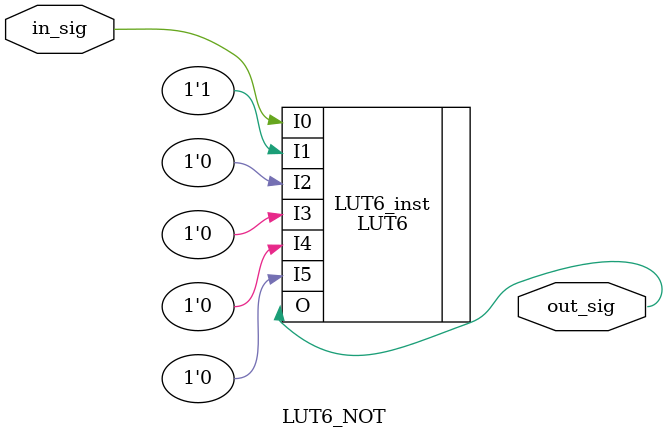
<source format=v>
module LUT6_NOT(
    input in_sig,
    output out_sig
    );
// LUT6: 6-input Look-Up Table with general output
// 7 Series
// Xilinx HDL Language Template, version 2018.3
(* LOCK_PINS="I0:A6, I1:A1, I2:A2, I3:A3, I4:A4, I5:A5" *) // Arash: this is important to make the inverters consistent
LUT6 #(
 .INIT(64'h5555555555555555) // Arash: This should make an inverter
) LUT6_inst (
 .O(out_sig), // LUT general output
 .I0(in_sig), // LUT input
 .I1(1'b1), // LUT input
 .I2(1'b0), // LUT input
 .I3(1'b0), // LUT input
 .I4(1'b0), // LUT input
 .I5(1'b0) // LUT input
);
// End of LUT6_inst instantiation
endmodule

</source>
